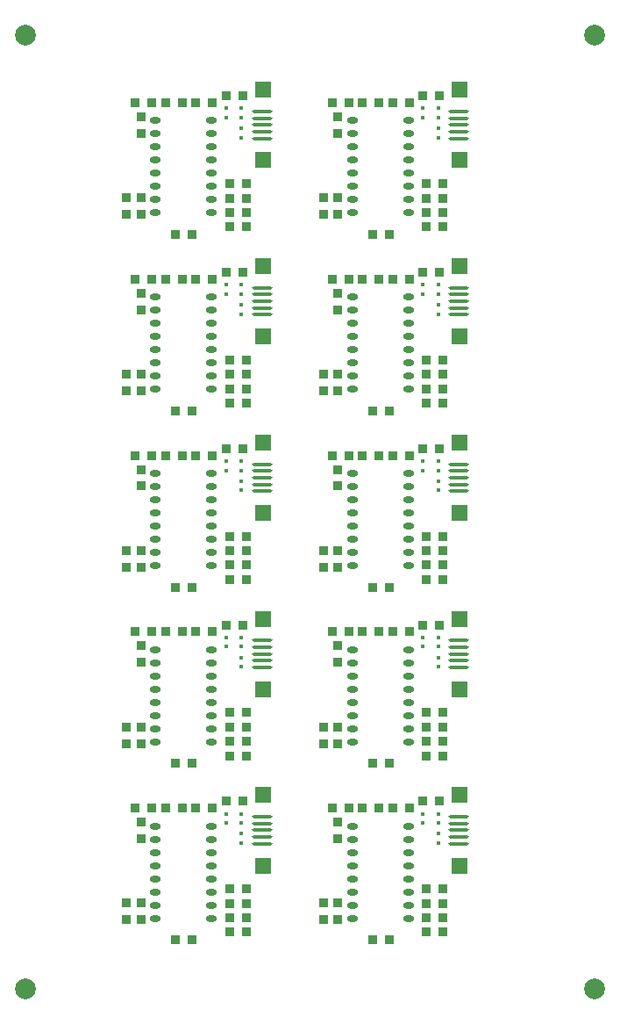
<source format=gbr>
%TF.GenerationSoftware,Altium Limited,Altium Designer,20.1.8 (145)*%
G04 Layer_Color=10066410*
%FSLAX45Y45*%
%MOMM*%
%TF.SameCoordinates,0E9F4796-1360-41E2-86C3-8BEED11D2ECA*%
%TF.FilePolarity,Positive*%
%TF.FileFunction,Paste,Bot*%
%TF.Part,CustomerPanel*%
G01*
G75*
%TA.AperFunction,SMDPad,CuDef*%
%ADD16C,2.00000*%
G04:AMPARAMS|DCode=17|XSize=1.6mm|YSize=1.6mm|CornerRadius=0.008mm|HoleSize=0mm|Usage=FLASHONLY|Rotation=270.000|XOffset=0mm|YOffset=0mm|HoleType=Round|Shape=RoundedRectangle|*
%AMROUNDEDRECTD17*
21,1,1.60000,1.58400,0,0,270.0*
21,1,1.58400,1.60000,0,0,270.0*
1,1,0.01600,-0.79200,-0.79200*
1,1,0.01600,-0.79200,0.79200*
1,1,0.01600,0.79200,0.79200*
1,1,0.01600,0.79200,-0.79200*
%
%ADD17ROUNDEDRECTD17*%
%TA.AperFunction,ConnectorPad*%
G04:AMPARAMS|DCode=18|XSize=0.35mm|YSize=2mm|CornerRadius=0.175mm|HoleSize=0mm|Usage=FLASHONLY|Rotation=270.000|XOffset=0mm|YOffset=0mm|HoleType=Round|Shape=RoundedRectangle|*
%AMROUNDEDRECTD18*
21,1,0.35000,1.65000,0,0,270.0*
21,1,0.00000,2.00000,0,0,270.0*
1,1,0.35000,-0.82500,0.00000*
1,1,0.35000,-0.82500,0.00000*
1,1,0.35000,0.82500,0.00000*
1,1,0.35000,0.82500,0.00000*
%
%ADD18ROUNDEDRECTD18*%
%TA.AperFunction,SMDPad,CuDef*%
G04:AMPARAMS|DCode=19|XSize=0.9mm|YSize=0.9mm|CornerRadius=0.045mm|HoleSize=0mm|Usage=FLASHONLY|Rotation=180.000|XOffset=0mm|YOffset=0mm|HoleType=Round|Shape=RoundedRectangle|*
%AMROUNDEDRECTD19*
21,1,0.90000,0.81000,0,0,180.0*
21,1,0.81000,0.90000,0,0,180.0*
1,1,0.09000,-0.40500,0.40500*
1,1,0.09000,0.40500,0.40500*
1,1,0.09000,0.40500,-0.40500*
1,1,0.09000,-0.40500,-0.40500*
%
%ADD19ROUNDEDRECTD19*%
%ADD20O,1.05000X0.60000*%
G04:AMPARAMS|DCode=21|XSize=0.4mm|YSize=0.4mm|CornerRadius=0.002mm|HoleSize=0mm|Usage=FLASHONLY|Rotation=270.000|XOffset=0mm|YOffset=0mm|HoleType=Round|Shape=RoundedRectangle|*
%AMROUNDEDRECTD21*
21,1,0.40000,0.39600,0,0,270.0*
21,1,0.39600,0.40000,0,0,270.0*
1,1,0.00400,-0.19800,-0.19800*
1,1,0.00400,-0.19800,0.19800*
1,1,0.00400,0.19800,0.19800*
1,1,0.00400,0.19800,-0.19800*
%
%ADD21ROUNDEDRECTD21*%
G04:AMPARAMS|DCode=22|XSize=0.9mm|YSize=0.9mm|CornerRadius=0.0045mm|HoleSize=0mm|Usage=FLASHONLY|Rotation=0.000|XOffset=0mm|YOffset=0mm|HoleType=Round|Shape=RoundedRectangle|*
%AMROUNDEDRECTD22*
21,1,0.90000,0.89100,0,0,0.0*
21,1,0.89100,0.90000,0,0,0.0*
1,1,0.00900,0.44550,-0.44550*
1,1,0.00900,-0.44550,-0.44550*
1,1,0.00900,-0.44550,0.44550*
1,1,0.00900,0.44550,0.44550*
%
%ADD22ROUNDEDRECTD22*%
G04:AMPARAMS|DCode=23|XSize=0.9mm|YSize=0.9mm|CornerRadius=0.0045mm|HoleSize=0mm|Usage=FLASHONLY|Rotation=90.000|XOffset=0mm|YOffset=0mm|HoleType=Round|Shape=RoundedRectangle|*
%AMROUNDEDRECTD23*
21,1,0.90000,0.89100,0,0,90.0*
21,1,0.89100,0.90000,0,0,90.0*
1,1,0.00900,0.44550,0.44550*
1,1,0.00900,0.44550,-0.44550*
1,1,0.00900,-0.44550,-0.44550*
1,1,0.00900,-0.44550,0.44550*
%
%ADD23ROUNDEDRECTD23*%
D16*
X6200000Y9500000D02*
D03*
X700000D02*
D03*
X6200000Y300000D02*
D03*
X700000D02*
D03*
D17*
X2993800Y1492000D02*
D03*
Y2172000D02*
D03*
X4893800Y1492000D02*
D03*
Y2172000D02*
D03*
X2993800Y3192000D02*
D03*
Y3872000D02*
D03*
X4893800Y3192000D02*
D03*
Y3872000D02*
D03*
X2993800Y4892000D02*
D03*
Y5572000D02*
D03*
X4893800Y4892000D02*
D03*
Y5572000D02*
D03*
X2993800Y6592000D02*
D03*
Y7272000D02*
D03*
X4893800Y6592000D02*
D03*
Y7272000D02*
D03*
X2993800Y8292000D02*
D03*
Y8972000D02*
D03*
X4893800Y8292000D02*
D03*
Y8972000D02*
D03*
D18*
X2986300Y1832000D02*
D03*
Y1702000D02*
D03*
Y1767000D02*
D03*
Y1962000D02*
D03*
Y1897000D02*
D03*
X4886300Y1832000D02*
D03*
Y1702000D02*
D03*
Y1767000D02*
D03*
Y1962000D02*
D03*
Y1897000D02*
D03*
X2986300Y3532000D02*
D03*
Y3402000D02*
D03*
Y3467000D02*
D03*
Y3662000D02*
D03*
Y3597000D02*
D03*
X4886300Y3532000D02*
D03*
Y3402000D02*
D03*
Y3467000D02*
D03*
Y3662000D02*
D03*
Y3597000D02*
D03*
X2986300Y5232000D02*
D03*
Y5102000D02*
D03*
Y5167000D02*
D03*
Y5362000D02*
D03*
Y5297000D02*
D03*
X4886300Y5232000D02*
D03*
Y5102000D02*
D03*
Y5167000D02*
D03*
Y5362000D02*
D03*
Y5297000D02*
D03*
X2986300Y6932000D02*
D03*
Y6802000D02*
D03*
Y6867000D02*
D03*
Y7062000D02*
D03*
Y6997000D02*
D03*
X4886300Y6932000D02*
D03*
Y6802000D02*
D03*
Y6867000D02*
D03*
Y7062000D02*
D03*
Y6997000D02*
D03*
X2986300Y8632000D02*
D03*
Y8502000D02*
D03*
Y8567000D02*
D03*
Y8762000D02*
D03*
Y8697000D02*
D03*
X4886300Y8632000D02*
D03*
Y8502000D02*
D03*
Y8567000D02*
D03*
Y8762000D02*
D03*
Y8697000D02*
D03*
D19*
X2801140Y2112860D02*
D03*
X2641140D02*
D03*
X4701140D02*
D03*
X4541140D02*
D03*
X2801140Y3812860D02*
D03*
X2641140D02*
D03*
X4701140D02*
D03*
X4541140D02*
D03*
X2801140Y5512860D02*
D03*
X2641140D02*
D03*
X4701140D02*
D03*
X4541140D02*
D03*
X2801140Y7212860D02*
D03*
X2641140D02*
D03*
X4701140D02*
D03*
X4541140D02*
D03*
X2801140Y8912860D02*
D03*
X2641140D02*
D03*
X4701140D02*
D03*
X4541140D02*
D03*
D20*
X1958980Y984480D02*
D03*
Y1111480D02*
D03*
Y1238480D02*
D03*
Y1365480D02*
D03*
Y1492480D02*
D03*
Y1619480D02*
D03*
Y1746480D02*
D03*
Y1873480D02*
D03*
X2498980Y984480D02*
D03*
Y1111480D02*
D03*
Y1238480D02*
D03*
Y1365480D02*
D03*
Y1492480D02*
D03*
Y1619480D02*
D03*
Y1746480D02*
D03*
Y1873480D02*
D03*
X3858980Y984480D02*
D03*
Y1111480D02*
D03*
Y1238480D02*
D03*
Y1365480D02*
D03*
Y1492480D02*
D03*
Y1619480D02*
D03*
Y1746480D02*
D03*
Y1873480D02*
D03*
X4398980Y984480D02*
D03*
Y1111480D02*
D03*
Y1238480D02*
D03*
Y1365480D02*
D03*
Y1492480D02*
D03*
Y1619480D02*
D03*
Y1746480D02*
D03*
Y1873480D02*
D03*
X1958980Y2684480D02*
D03*
Y2811480D02*
D03*
Y2938480D02*
D03*
Y3065480D02*
D03*
Y3192480D02*
D03*
Y3319480D02*
D03*
Y3446480D02*
D03*
Y3573480D02*
D03*
X2498980Y2684480D02*
D03*
Y2811480D02*
D03*
Y2938480D02*
D03*
Y3065480D02*
D03*
Y3192480D02*
D03*
Y3319480D02*
D03*
Y3446480D02*
D03*
Y3573480D02*
D03*
X3858980Y2684480D02*
D03*
Y2811480D02*
D03*
Y2938480D02*
D03*
Y3065480D02*
D03*
Y3192480D02*
D03*
Y3319480D02*
D03*
Y3446480D02*
D03*
Y3573480D02*
D03*
X4398980Y2684480D02*
D03*
Y2811480D02*
D03*
Y2938480D02*
D03*
Y3065480D02*
D03*
Y3192480D02*
D03*
Y3319480D02*
D03*
Y3446480D02*
D03*
Y3573480D02*
D03*
X1958980Y4384480D02*
D03*
Y4511480D02*
D03*
Y4638480D02*
D03*
Y4765480D02*
D03*
Y4892480D02*
D03*
Y5019480D02*
D03*
Y5146480D02*
D03*
Y5273480D02*
D03*
X2498980Y4384480D02*
D03*
Y4511480D02*
D03*
Y4638480D02*
D03*
Y4765480D02*
D03*
Y4892480D02*
D03*
Y5019480D02*
D03*
Y5146480D02*
D03*
Y5273480D02*
D03*
X3858980Y4384480D02*
D03*
Y4511480D02*
D03*
Y4638480D02*
D03*
Y4765480D02*
D03*
Y4892480D02*
D03*
Y5019480D02*
D03*
Y5146480D02*
D03*
Y5273480D02*
D03*
X4398980Y4384480D02*
D03*
Y4511480D02*
D03*
Y4638480D02*
D03*
Y4765480D02*
D03*
Y4892480D02*
D03*
Y5019480D02*
D03*
Y5146480D02*
D03*
Y5273480D02*
D03*
X1958980Y6084480D02*
D03*
Y6211480D02*
D03*
Y6338480D02*
D03*
Y6465480D02*
D03*
Y6592480D02*
D03*
Y6719480D02*
D03*
Y6846480D02*
D03*
Y6973480D02*
D03*
X2498980Y6084480D02*
D03*
Y6211480D02*
D03*
Y6338480D02*
D03*
Y6465480D02*
D03*
Y6592480D02*
D03*
Y6719480D02*
D03*
Y6846480D02*
D03*
Y6973480D02*
D03*
X3858980Y6084480D02*
D03*
Y6211480D02*
D03*
Y6338480D02*
D03*
Y6465480D02*
D03*
Y6592480D02*
D03*
Y6719480D02*
D03*
Y6846480D02*
D03*
Y6973480D02*
D03*
X4398980Y6084480D02*
D03*
Y6211480D02*
D03*
Y6338480D02*
D03*
Y6465480D02*
D03*
Y6592480D02*
D03*
Y6719480D02*
D03*
Y6846480D02*
D03*
Y6973480D02*
D03*
X1958980Y7784480D02*
D03*
Y7911480D02*
D03*
Y8038480D02*
D03*
Y8165480D02*
D03*
Y8292480D02*
D03*
Y8419480D02*
D03*
Y8546480D02*
D03*
Y8673480D02*
D03*
X2498980Y7784480D02*
D03*
Y7911480D02*
D03*
Y8038480D02*
D03*
Y8165480D02*
D03*
Y8292480D02*
D03*
Y8419480D02*
D03*
Y8546480D02*
D03*
Y8673480D02*
D03*
X3858980Y7784480D02*
D03*
Y7911480D02*
D03*
Y8038480D02*
D03*
Y8165480D02*
D03*
Y8292480D02*
D03*
Y8419480D02*
D03*
Y8546480D02*
D03*
Y8673480D02*
D03*
X4398980Y7784480D02*
D03*
Y7911480D02*
D03*
Y8038480D02*
D03*
Y8165480D02*
D03*
Y8292480D02*
D03*
Y8419480D02*
D03*
Y8546480D02*
D03*
Y8673480D02*
D03*
D21*
X2788248Y1799620D02*
D03*
Y1709619D02*
D03*
Y1992080D02*
D03*
Y1902080D02*
D03*
X2641440Y1992080D02*
D03*
Y1902080D02*
D03*
X4688248Y1799620D02*
D03*
Y1709619D02*
D03*
Y1992080D02*
D03*
Y1902080D02*
D03*
X4541440Y1992080D02*
D03*
Y1902080D02*
D03*
X2788248Y3499620D02*
D03*
Y3409620D02*
D03*
Y3692080D02*
D03*
Y3602080D02*
D03*
X2641440Y3692080D02*
D03*
Y3602080D02*
D03*
X4688248Y3499620D02*
D03*
Y3409620D02*
D03*
Y3692080D02*
D03*
Y3602080D02*
D03*
X4541440Y3692080D02*
D03*
Y3602080D02*
D03*
X2788248Y5199620D02*
D03*
Y5109620D02*
D03*
Y5392080D02*
D03*
Y5302080D02*
D03*
X2641440Y5392080D02*
D03*
Y5302080D02*
D03*
X4688248Y5199620D02*
D03*
Y5109620D02*
D03*
Y5392080D02*
D03*
Y5302080D02*
D03*
X4541440Y5392080D02*
D03*
Y5302080D02*
D03*
X2788248Y6899620D02*
D03*
Y6809620D02*
D03*
Y7092080D02*
D03*
Y7002080D02*
D03*
X2641440Y7092080D02*
D03*
Y7002080D02*
D03*
X4688248Y6899620D02*
D03*
Y6809620D02*
D03*
Y7092080D02*
D03*
Y7002080D02*
D03*
X4541440Y7092080D02*
D03*
Y7002080D02*
D03*
X2788248Y8599620D02*
D03*
Y8509620D02*
D03*
Y8792080D02*
D03*
Y8702080D02*
D03*
X2641440Y8792080D02*
D03*
Y8702080D02*
D03*
X4688248Y8599620D02*
D03*
Y8509620D02*
D03*
Y8792080D02*
D03*
Y8702080D02*
D03*
X4541440Y8792080D02*
D03*
Y8702080D02*
D03*
D22*
X2152840Y775500D02*
D03*
X2312840D02*
D03*
X1680340Y969240D02*
D03*
Y1129240D02*
D03*
X1816600Y1751540D02*
D03*
Y1911540D02*
D03*
X1817500Y969240D02*
D03*
Y1129240D02*
D03*
X4052840Y775500D02*
D03*
X4212840D02*
D03*
X3580340Y969240D02*
D03*
Y1129240D02*
D03*
X3716600Y1751540D02*
D03*
Y1911540D02*
D03*
X3717500Y969240D02*
D03*
Y1129240D02*
D03*
X2152840Y2475500D02*
D03*
X2312840D02*
D03*
X1680340Y2669240D02*
D03*
Y2829240D02*
D03*
X1816600Y3451540D02*
D03*
Y3611540D02*
D03*
X1817500Y2669240D02*
D03*
Y2829240D02*
D03*
X4052840Y2475500D02*
D03*
X4212840D02*
D03*
X3580340Y2669240D02*
D03*
Y2829240D02*
D03*
X3716600Y3451540D02*
D03*
Y3611540D02*
D03*
X3717500Y2669240D02*
D03*
Y2829240D02*
D03*
X2152840Y4175500D02*
D03*
X2312840D02*
D03*
X1680340Y4369240D02*
D03*
Y4529240D02*
D03*
X1816600Y5151540D02*
D03*
Y5311540D02*
D03*
X1817500Y4369240D02*
D03*
Y4529240D02*
D03*
X4052840Y4175500D02*
D03*
X4212840D02*
D03*
X3580340Y4369240D02*
D03*
Y4529240D02*
D03*
X3716600Y5151540D02*
D03*
Y5311540D02*
D03*
X3717500Y4369240D02*
D03*
Y4529240D02*
D03*
X2152840Y5875500D02*
D03*
X2312840D02*
D03*
X1680340Y6069240D02*
D03*
Y6229240D02*
D03*
X1816600Y6851540D02*
D03*
Y7011540D02*
D03*
X1817500Y6069240D02*
D03*
Y6229240D02*
D03*
X4052840Y5875500D02*
D03*
X4212840D02*
D03*
X3580340Y6069240D02*
D03*
Y6229240D02*
D03*
X3716600Y6851540D02*
D03*
Y7011540D02*
D03*
X3717500Y6069240D02*
D03*
Y6229240D02*
D03*
X2152840Y7575500D02*
D03*
X2312840D02*
D03*
X1680340Y7769240D02*
D03*
Y7929240D02*
D03*
X1816600Y8551540D02*
D03*
Y8711540D02*
D03*
X1817500Y7769240D02*
D03*
Y7929240D02*
D03*
X4052840Y7575500D02*
D03*
X4212840D02*
D03*
X3580340Y7769240D02*
D03*
Y7929240D02*
D03*
X3716600Y8551540D02*
D03*
Y8711540D02*
D03*
X3717500Y7769240D02*
D03*
Y7929240D02*
D03*
D23*
X2674904Y1127602D02*
D03*
X2834904D02*
D03*
X2674904Y849969D02*
D03*
X2834904D02*
D03*
X2674904Y988785D02*
D03*
X2834904D02*
D03*
X2674904Y1266418D02*
D03*
X2834904D02*
D03*
X1763340Y2046325D02*
D03*
X1923340D02*
D03*
X2348199D02*
D03*
X2508199D02*
D03*
X2215770D02*
D03*
X2055770D02*
D03*
X4574904Y1127602D02*
D03*
X4734904D02*
D03*
X4574904Y849969D02*
D03*
X4734904D02*
D03*
X4574904Y988785D02*
D03*
X4734904D02*
D03*
X4574904Y1266418D02*
D03*
X4734904D02*
D03*
X3663340Y2046325D02*
D03*
X3823340D02*
D03*
X4248199D02*
D03*
X4408199D02*
D03*
X4115770D02*
D03*
X3955770D02*
D03*
X2674904Y2827602D02*
D03*
X2834904D02*
D03*
X2674904Y2549969D02*
D03*
X2834904D02*
D03*
X2674904Y2688785D02*
D03*
X2834904D02*
D03*
X2674904Y2966419D02*
D03*
X2834904D02*
D03*
X1763340Y3746325D02*
D03*
X1923340D02*
D03*
X2348199D02*
D03*
X2508199D02*
D03*
X2215770D02*
D03*
X2055770D02*
D03*
X4574904Y2827602D02*
D03*
X4734904D02*
D03*
X4574904Y2549969D02*
D03*
X4734904D02*
D03*
X4574904Y2688785D02*
D03*
X4734904D02*
D03*
X4574904Y2966419D02*
D03*
X4734904D02*
D03*
X3663340Y3746325D02*
D03*
X3823340D02*
D03*
X4248199D02*
D03*
X4408199D02*
D03*
X4115770D02*
D03*
X3955770D02*
D03*
X2674904Y4527602D02*
D03*
X2834904D02*
D03*
X2674904Y4249969D02*
D03*
X2834904D02*
D03*
X2674904Y4388785D02*
D03*
X2834904D02*
D03*
X2674904Y4666419D02*
D03*
X2834904D02*
D03*
X1763340Y5446325D02*
D03*
X1923340D02*
D03*
X2348199D02*
D03*
X2508199D02*
D03*
X2215770D02*
D03*
X2055770D02*
D03*
X4574904Y4527602D02*
D03*
X4734904D02*
D03*
X4574904Y4249969D02*
D03*
X4734904D02*
D03*
X4574904Y4388785D02*
D03*
X4734904D02*
D03*
X4574904Y4666419D02*
D03*
X4734904D02*
D03*
X3663340Y5446325D02*
D03*
X3823340D02*
D03*
X4248199D02*
D03*
X4408199D02*
D03*
X4115770D02*
D03*
X3955770D02*
D03*
X2674904Y6227602D02*
D03*
X2834904D02*
D03*
X2674904Y5949969D02*
D03*
X2834904D02*
D03*
X2674904Y6088786D02*
D03*
X2834904D02*
D03*
X2674904Y6366419D02*
D03*
X2834904D02*
D03*
X1763340Y7146325D02*
D03*
X1923340D02*
D03*
X2348199D02*
D03*
X2508199D02*
D03*
X2215770D02*
D03*
X2055770D02*
D03*
X4574904Y6227602D02*
D03*
X4734904D02*
D03*
X4574904Y5949969D02*
D03*
X4734904D02*
D03*
X4574904Y6088786D02*
D03*
X4734904D02*
D03*
X4574904Y6366419D02*
D03*
X4734904D02*
D03*
X3663340Y7146325D02*
D03*
X3823340D02*
D03*
X4248199D02*
D03*
X4408199D02*
D03*
X4115770D02*
D03*
X3955770D02*
D03*
X2674904Y7927602D02*
D03*
X2834904D02*
D03*
X2674904Y7649969D02*
D03*
X2834904D02*
D03*
X2674904Y7788786D02*
D03*
X2834904D02*
D03*
X2674904Y8066419D02*
D03*
X2834904D02*
D03*
X1763340Y8846325D02*
D03*
X1923340D02*
D03*
X2348199D02*
D03*
X2508199D02*
D03*
X2215770D02*
D03*
X2055770D02*
D03*
X4574904Y7927602D02*
D03*
X4734904D02*
D03*
X4574904Y7649969D02*
D03*
X4734904D02*
D03*
X4574904Y7788786D02*
D03*
X4734904D02*
D03*
X4574904Y8066419D02*
D03*
X4734904D02*
D03*
X3663340Y8846325D02*
D03*
X3823340D02*
D03*
X4248199D02*
D03*
X4408199D02*
D03*
X4115770D02*
D03*
X3955770D02*
D03*
%TF.MD5,2bbe57fe35eacba7df56c0c014cb26a0*%
M02*

</source>
